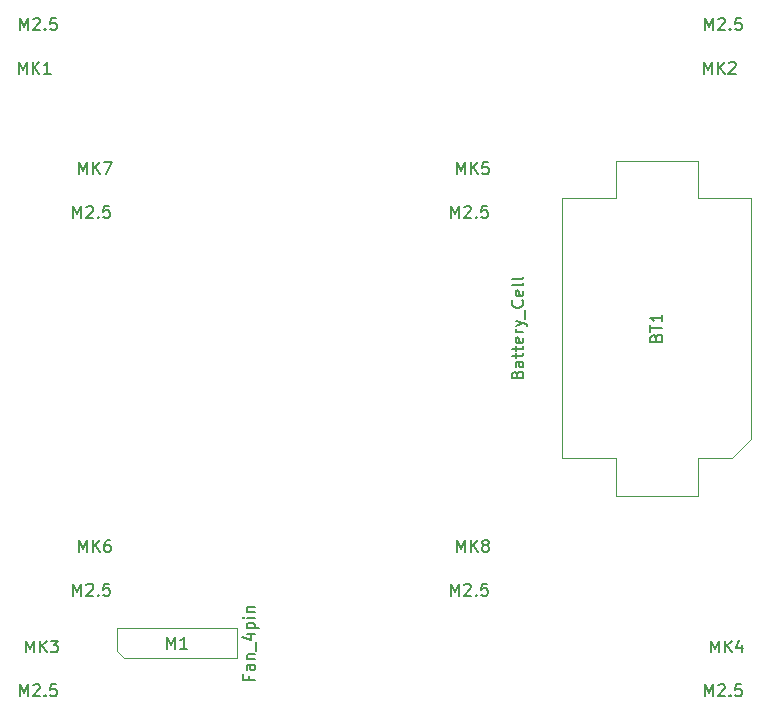
<source format=gbr>
G04 #@! TF.GenerationSoftware,KiCad,Pcbnew,5.1.6-c6e7f7d~87~ubuntu18.04.1*
G04 #@! TF.CreationDate,2020-08-28T18:16:15+02:00*
G04 #@! TF.ProjectId,base_hat,62617365-5f68-4617-942e-6b696361645f,rev?*
G04 #@! TF.SameCoordinates,Original*
G04 #@! TF.FileFunction,Other,Fab,Top*
%FSLAX46Y46*%
G04 Gerber Fmt 4.6, Leading zero omitted, Abs format (unit mm)*
G04 Created by KiCad (PCBNEW 5.1.6-c6e7f7d~87~ubuntu18.04.1) date 2020-08-28 18:16:15*
%MOMM*%
%LPD*%
G01*
G04 APERTURE LIST*
%ADD10C,0.100000*%
%ADD11C,0.150000*%
G04 APERTURE END LIST*
D10*
X210160000Y-146825000D02*
X210160000Y-144920000D01*
X210160000Y-144920000D02*
X220320000Y-144920000D01*
X220320000Y-144920000D02*
X220320000Y-147460000D01*
X220320000Y-147460000D02*
X210795000Y-147460000D01*
X210795000Y-147460000D02*
X210160000Y-146825000D01*
X263880000Y-108520000D02*
X263880000Y-128920000D01*
X247880000Y-108520000D02*
X247880000Y-130520000D01*
X263880000Y-108520000D02*
X259380000Y-108520000D01*
X247880000Y-108520000D02*
X252380000Y-108520000D01*
X247880000Y-130520000D02*
X252380000Y-130520000D01*
X262280000Y-130520000D02*
X259380000Y-130520000D01*
X259380000Y-130520000D02*
X259380000Y-133720000D01*
X259380000Y-133720000D02*
X252380000Y-133720000D01*
X252380000Y-133720000D02*
X252380000Y-130520000D01*
X259380000Y-108520000D02*
X259380000Y-105320000D01*
X259380000Y-105320000D02*
X252380000Y-105320000D01*
X252380000Y-105320000D02*
X252380000Y-108520000D01*
X263880000Y-128920000D02*
X262280000Y-130520000D01*
D11*
X238476190Y-142152380D02*
X238476190Y-141152380D01*
X238809523Y-141866666D01*
X239142857Y-141152380D01*
X239142857Y-142152380D01*
X239571428Y-141247619D02*
X239619047Y-141200000D01*
X239714285Y-141152380D01*
X239952380Y-141152380D01*
X240047619Y-141200000D01*
X240095238Y-141247619D01*
X240142857Y-141342857D01*
X240142857Y-141438095D01*
X240095238Y-141580952D01*
X239523809Y-142152380D01*
X240142857Y-142152380D01*
X240571428Y-142057142D02*
X240619047Y-142104761D01*
X240571428Y-142152380D01*
X240523809Y-142104761D01*
X240571428Y-142057142D01*
X240571428Y-142152380D01*
X241523809Y-141152380D02*
X241047619Y-141152380D01*
X241000000Y-141628571D01*
X241047619Y-141580952D01*
X241142857Y-141533333D01*
X241380952Y-141533333D01*
X241476190Y-141580952D01*
X241523809Y-141628571D01*
X241571428Y-141723809D01*
X241571428Y-141961904D01*
X241523809Y-142057142D01*
X241476190Y-142104761D01*
X241380952Y-142152380D01*
X241142857Y-142152380D01*
X241047619Y-142104761D01*
X241000000Y-142057142D01*
X238990476Y-138452380D02*
X238990476Y-137452380D01*
X239323809Y-138166666D01*
X239657142Y-137452380D01*
X239657142Y-138452380D01*
X240133333Y-138452380D02*
X240133333Y-137452380D01*
X240704761Y-138452380D02*
X240276190Y-137880952D01*
X240704761Y-137452380D02*
X240133333Y-138023809D01*
X241276190Y-137880952D02*
X241180952Y-137833333D01*
X241133333Y-137785714D01*
X241085714Y-137690476D01*
X241085714Y-137642857D01*
X241133333Y-137547619D01*
X241180952Y-137500000D01*
X241276190Y-137452380D01*
X241466666Y-137452380D01*
X241561904Y-137500000D01*
X241609523Y-137547619D01*
X241657142Y-137642857D01*
X241657142Y-137690476D01*
X241609523Y-137785714D01*
X241561904Y-137833333D01*
X241466666Y-137880952D01*
X241276190Y-137880952D01*
X241180952Y-137928571D01*
X241133333Y-137976190D01*
X241085714Y-138071428D01*
X241085714Y-138261904D01*
X241133333Y-138357142D01*
X241180952Y-138404761D01*
X241276190Y-138452380D01*
X241466666Y-138452380D01*
X241561904Y-138404761D01*
X241609523Y-138357142D01*
X241657142Y-138261904D01*
X241657142Y-138071428D01*
X241609523Y-137976190D01*
X241561904Y-137928571D01*
X241466666Y-137880952D01*
X206476190Y-110152380D02*
X206476190Y-109152380D01*
X206809523Y-109866666D01*
X207142857Y-109152380D01*
X207142857Y-110152380D01*
X207571428Y-109247619D02*
X207619047Y-109200000D01*
X207714285Y-109152380D01*
X207952380Y-109152380D01*
X208047619Y-109200000D01*
X208095238Y-109247619D01*
X208142857Y-109342857D01*
X208142857Y-109438095D01*
X208095238Y-109580952D01*
X207523809Y-110152380D01*
X208142857Y-110152380D01*
X208571428Y-110057142D02*
X208619047Y-110104761D01*
X208571428Y-110152380D01*
X208523809Y-110104761D01*
X208571428Y-110057142D01*
X208571428Y-110152380D01*
X209523809Y-109152380D02*
X209047619Y-109152380D01*
X209000000Y-109628571D01*
X209047619Y-109580952D01*
X209142857Y-109533333D01*
X209380952Y-109533333D01*
X209476190Y-109580952D01*
X209523809Y-109628571D01*
X209571428Y-109723809D01*
X209571428Y-109961904D01*
X209523809Y-110057142D01*
X209476190Y-110104761D01*
X209380952Y-110152380D01*
X209142857Y-110152380D01*
X209047619Y-110104761D01*
X209000000Y-110057142D01*
X206990476Y-106452380D02*
X206990476Y-105452380D01*
X207323809Y-106166666D01*
X207657142Y-105452380D01*
X207657142Y-106452380D01*
X208133333Y-106452380D02*
X208133333Y-105452380D01*
X208704761Y-106452380D02*
X208276190Y-105880952D01*
X208704761Y-105452380D02*
X208133333Y-106023809D01*
X209038095Y-105452380D02*
X209704761Y-105452380D01*
X209276190Y-106452380D01*
X206476190Y-142152380D02*
X206476190Y-141152380D01*
X206809523Y-141866666D01*
X207142857Y-141152380D01*
X207142857Y-142152380D01*
X207571428Y-141247619D02*
X207619047Y-141200000D01*
X207714285Y-141152380D01*
X207952380Y-141152380D01*
X208047619Y-141200000D01*
X208095238Y-141247619D01*
X208142857Y-141342857D01*
X208142857Y-141438095D01*
X208095238Y-141580952D01*
X207523809Y-142152380D01*
X208142857Y-142152380D01*
X208571428Y-142057142D02*
X208619047Y-142104761D01*
X208571428Y-142152380D01*
X208523809Y-142104761D01*
X208571428Y-142057142D01*
X208571428Y-142152380D01*
X209523809Y-141152380D02*
X209047619Y-141152380D01*
X209000000Y-141628571D01*
X209047619Y-141580952D01*
X209142857Y-141533333D01*
X209380952Y-141533333D01*
X209476190Y-141580952D01*
X209523809Y-141628571D01*
X209571428Y-141723809D01*
X209571428Y-141961904D01*
X209523809Y-142057142D01*
X209476190Y-142104761D01*
X209380952Y-142152380D01*
X209142857Y-142152380D01*
X209047619Y-142104761D01*
X209000000Y-142057142D01*
X206990476Y-138452380D02*
X206990476Y-137452380D01*
X207323809Y-138166666D01*
X207657142Y-137452380D01*
X207657142Y-138452380D01*
X208133333Y-138452380D02*
X208133333Y-137452380D01*
X208704761Y-138452380D02*
X208276190Y-137880952D01*
X208704761Y-137452380D02*
X208133333Y-138023809D01*
X209561904Y-137452380D02*
X209371428Y-137452380D01*
X209276190Y-137500000D01*
X209228571Y-137547619D01*
X209133333Y-137690476D01*
X209085714Y-137880952D01*
X209085714Y-138261904D01*
X209133333Y-138357142D01*
X209180952Y-138404761D01*
X209276190Y-138452380D01*
X209466666Y-138452380D01*
X209561904Y-138404761D01*
X209609523Y-138357142D01*
X209657142Y-138261904D01*
X209657142Y-138023809D01*
X209609523Y-137928571D01*
X209561904Y-137880952D01*
X209466666Y-137833333D01*
X209276190Y-137833333D01*
X209180952Y-137880952D01*
X209133333Y-137928571D01*
X209085714Y-138023809D01*
X238476190Y-110152380D02*
X238476190Y-109152380D01*
X238809523Y-109866666D01*
X239142857Y-109152380D01*
X239142857Y-110152380D01*
X239571428Y-109247619D02*
X239619047Y-109200000D01*
X239714285Y-109152380D01*
X239952380Y-109152380D01*
X240047619Y-109200000D01*
X240095238Y-109247619D01*
X240142857Y-109342857D01*
X240142857Y-109438095D01*
X240095238Y-109580952D01*
X239523809Y-110152380D01*
X240142857Y-110152380D01*
X240571428Y-110057142D02*
X240619047Y-110104761D01*
X240571428Y-110152380D01*
X240523809Y-110104761D01*
X240571428Y-110057142D01*
X240571428Y-110152380D01*
X241523809Y-109152380D02*
X241047619Y-109152380D01*
X241000000Y-109628571D01*
X241047619Y-109580952D01*
X241142857Y-109533333D01*
X241380952Y-109533333D01*
X241476190Y-109580952D01*
X241523809Y-109628571D01*
X241571428Y-109723809D01*
X241571428Y-109961904D01*
X241523809Y-110057142D01*
X241476190Y-110104761D01*
X241380952Y-110152380D01*
X241142857Y-110152380D01*
X241047619Y-110104761D01*
X241000000Y-110057142D01*
X238990476Y-106452380D02*
X238990476Y-105452380D01*
X239323809Y-106166666D01*
X239657142Y-105452380D01*
X239657142Y-106452380D01*
X240133333Y-106452380D02*
X240133333Y-105452380D01*
X240704761Y-106452380D02*
X240276190Y-105880952D01*
X240704761Y-105452380D02*
X240133333Y-106023809D01*
X241609523Y-105452380D02*
X241133333Y-105452380D01*
X241085714Y-105928571D01*
X241133333Y-105880952D01*
X241228571Y-105833333D01*
X241466666Y-105833333D01*
X241561904Y-105880952D01*
X241609523Y-105928571D01*
X241657142Y-106023809D01*
X241657142Y-106261904D01*
X241609523Y-106357142D01*
X241561904Y-106404761D01*
X241466666Y-106452380D01*
X241228571Y-106452380D01*
X241133333Y-106404761D01*
X241085714Y-106357142D01*
X221308571Y-148951904D02*
X221308571Y-149285238D01*
X221832380Y-149285238D02*
X220832380Y-149285238D01*
X220832380Y-148809047D01*
X221832380Y-147999523D02*
X221308571Y-147999523D01*
X221213333Y-148047142D01*
X221165714Y-148142380D01*
X221165714Y-148332857D01*
X221213333Y-148428095D01*
X221784761Y-147999523D02*
X221832380Y-148094761D01*
X221832380Y-148332857D01*
X221784761Y-148428095D01*
X221689523Y-148475714D01*
X221594285Y-148475714D01*
X221499047Y-148428095D01*
X221451428Y-148332857D01*
X221451428Y-148094761D01*
X221403809Y-147999523D01*
X221165714Y-147523333D02*
X221832380Y-147523333D01*
X221260952Y-147523333D02*
X221213333Y-147475714D01*
X221165714Y-147380476D01*
X221165714Y-147237619D01*
X221213333Y-147142380D01*
X221308571Y-147094761D01*
X221832380Y-147094761D01*
X221927619Y-146856666D02*
X221927619Y-146094761D01*
X221165714Y-145428095D02*
X221832380Y-145428095D01*
X220784761Y-145666190D02*
X221499047Y-145904285D01*
X221499047Y-145285238D01*
X221165714Y-144904285D02*
X222165714Y-144904285D01*
X221213333Y-144904285D02*
X221165714Y-144809047D01*
X221165714Y-144618571D01*
X221213333Y-144523333D01*
X221260952Y-144475714D01*
X221356190Y-144428095D01*
X221641904Y-144428095D01*
X221737142Y-144475714D01*
X221784761Y-144523333D01*
X221832380Y-144618571D01*
X221832380Y-144809047D01*
X221784761Y-144904285D01*
X221832380Y-143999523D02*
X221165714Y-143999523D01*
X220832380Y-143999523D02*
X220880000Y-144047142D01*
X220927619Y-143999523D01*
X220880000Y-143951904D01*
X220832380Y-143999523D01*
X220927619Y-143999523D01*
X221165714Y-143523333D02*
X221832380Y-143523333D01*
X221260952Y-143523333D02*
X221213333Y-143475714D01*
X221165714Y-143380476D01*
X221165714Y-143237619D01*
X221213333Y-143142380D01*
X221308571Y-143094761D01*
X221832380Y-143094761D01*
X214430476Y-146642380D02*
X214430476Y-145642380D01*
X214763809Y-146356666D01*
X215097142Y-145642380D01*
X215097142Y-146642380D01*
X216097142Y-146642380D02*
X215525714Y-146642380D01*
X215811428Y-146642380D02*
X215811428Y-145642380D01*
X215716190Y-145785238D01*
X215620952Y-145880476D01*
X215525714Y-145928095D01*
X244058571Y-123424761D02*
X244106190Y-123281904D01*
X244153809Y-123234285D01*
X244249047Y-123186666D01*
X244391904Y-123186666D01*
X244487142Y-123234285D01*
X244534761Y-123281904D01*
X244582380Y-123377142D01*
X244582380Y-123758095D01*
X243582380Y-123758095D01*
X243582380Y-123424761D01*
X243630000Y-123329523D01*
X243677619Y-123281904D01*
X243772857Y-123234285D01*
X243868095Y-123234285D01*
X243963333Y-123281904D01*
X244010952Y-123329523D01*
X244058571Y-123424761D01*
X244058571Y-123758095D01*
X244582380Y-122329523D02*
X244058571Y-122329523D01*
X243963333Y-122377142D01*
X243915714Y-122472380D01*
X243915714Y-122662857D01*
X243963333Y-122758095D01*
X244534761Y-122329523D02*
X244582380Y-122424761D01*
X244582380Y-122662857D01*
X244534761Y-122758095D01*
X244439523Y-122805714D01*
X244344285Y-122805714D01*
X244249047Y-122758095D01*
X244201428Y-122662857D01*
X244201428Y-122424761D01*
X244153809Y-122329523D01*
X243915714Y-121996190D02*
X243915714Y-121615238D01*
X243582380Y-121853333D02*
X244439523Y-121853333D01*
X244534761Y-121805714D01*
X244582380Y-121710476D01*
X244582380Y-121615238D01*
X243915714Y-121424761D02*
X243915714Y-121043809D01*
X243582380Y-121281904D02*
X244439523Y-121281904D01*
X244534761Y-121234285D01*
X244582380Y-121139047D01*
X244582380Y-121043809D01*
X244534761Y-120329523D02*
X244582380Y-120424761D01*
X244582380Y-120615238D01*
X244534761Y-120710476D01*
X244439523Y-120758095D01*
X244058571Y-120758095D01*
X243963333Y-120710476D01*
X243915714Y-120615238D01*
X243915714Y-120424761D01*
X243963333Y-120329523D01*
X244058571Y-120281904D01*
X244153809Y-120281904D01*
X244249047Y-120758095D01*
X244582380Y-119853333D02*
X243915714Y-119853333D01*
X244106190Y-119853333D02*
X244010952Y-119805714D01*
X243963333Y-119758095D01*
X243915714Y-119662857D01*
X243915714Y-119567619D01*
X243915714Y-119329523D02*
X244582380Y-119091428D01*
X243915714Y-118853333D02*
X244582380Y-119091428D01*
X244820476Y-119186666D01*
X244868095Y-119234285D01*
X244915714Y-119329523D01*
X244677619Y-118710476D02*
X244677619Y-117948571D01*
X244487142Y-117139047D02*
X244534761Y-117186666D01*
X244582380Y-117329523D01*
X244582380Y-117424761D01*
X244534761Y-117567619D01*
X244439523Y-117662857D01*
X244344285Y-117710476D01*
X244153809Y-117758095D01*
X244010952Y-117758095D01*
X243820476Y-117710476D01*
X243725238Y-117662857D01*
X243630000Y-117567619D01*
X243582380Y-117424761D01*
X243582380Y-117329523D01*
X243630000Y-117186666D01*
X243677619Y-117139047D01*
X244534761Y-116329523D02*
X244582380Y-116424761D01*
X244582380Y-116615238D01*
X244534761Y-116710476D01*
X244439523Y-116758095D01*
X244058571Y-116758095D01*
X243963333Y-116710476D01*
X243915714Y-116615238D01*
X243915714Y-116424761D01*
X243963333Y-116329523D01*
X244058571Y-116281904D01*
X244153809Y-116281904D01*
X244249047Y-116758095D01*
X244582380Y-115710476D02*
X244534761Y-115805714D01*
X244439523Y-115853333D01*
X243582380Y-115853333D01*
X244582380Y-115186666D02*
X244534761Y-115281904D01*
X244439523Y-115329523D01*
X243582380Y-115329523D01*
X255808571Y-120305714D02*
X255856190Y-120162857D01*
X255903809Y-120115238D01*
X255999047Y-120067619D01*
X256141904Y-120067619D01*
X256237142Y-120115238D01*
X256284761Y-120162857D01*
X256332380Y-120258095D01*
X256332380Y-120639047D01*
X255332380Y-120639047D01*
X255332380Y-120305714D01*
X255380000Y-120210476D01*
X255427619Y-120162857D01*
X255522857Y-120115238D01*
X255618095Y-120115238D01*
X255713333Y-120162857D01*
X255760952Y-120210476D01*
X255808571Y-120305714D01*
X255808571Y-120639047D01*
X255332380Y-119781904D02*
X255332380Y-119210476D01*
X256332380Y-119496190D02*
X255332380Y-119496190D01*
X256332380Y-118353333D02*
X256332380Y-118924761D01*
X256332380Y-118639047D02*
X255332380Y-118639047D01*
X255475238Y-118734285D01*
X255570476Y-118829523D01*
X255618095Y-118924761D01*
X259976190Y-150652380D02*
X259976190Y-149652380D01*
X260309523Y-150366666D01*
X260642857Y-149652380D01*
X260642857Y-150652380D01*
X261071428Y-149747619D02*
X261119047Y-149700000D01*
X261214285Y-149652380D01*
X261452380Y-149652380D01*
X261547619Y-149700000D01*
X261595238Y-149747619D01*
X261642857Y-149842857D01*
X261642857Y-149938095D01*
X261595238Y-150080952D01*
X261023809Y-150652380D01*
X261642857Y-150652380D01*
X262071428Y-150557142D02*
X262119047Y-150604761D01*
X262071428Y-150652380D01*
X262023809Y-150604761D01*
X262071428Y-150557142D01*
X262071428Y-150652380D01*
X263023809Y-149652380D02*
X262547619Y-149652380D01*
X262500000Y-150128571D01*
X262547619Y-150080952D01*
X262642857Y-150033333D01*
X262880952Y-150033333D01*
X262976190Y-150080952D01*
X263023809Y-150128571D01*
X263071428Y-150223809D01*
X263071428Y-150461904D01*
X263023809Y-150557142D01*
X262976190Y-150604761D01*
X262880952Y-150652380D01*
X262642857Y-150652380D01*
X262547619Y-150604761D01*
X262500000Y-150557142D01*
X260490476Y-146952380D02*
X260490476Y-145952380D01*
X260823809Y-146666666D01*
X261157142Y-145952380D01*
X261157142Y-146952380D01*
X261633333Y-146952380D02*
X261633333Y-145952380D01*
X262204761Y-146952380D02*
X261776190Y-146380952D01*
X262204761Y-145952380D02*
X261633333Y-146523809D01*
X263061904Y-146285714D02*
X263061904Y-146952380D01*
X262823809Y-145904761D02*
X262585714Y-146619047D01*
X263204761Y-146619047D01*
X201976190Y-150652380D02*
X201976190Y-149652380D01*
X202309523Y-150366666D01*
X202642857Y-149652380D01*
X202642857Y-150652380D01*
X203071428Y-149747619D02*
X203119047Y-149700000D01*
X203214285Y-149652380D01*
X203452380Y-149652380D01*
X203547619Y-149700000D01*
X203595238Y-149747619D01*
X203642857Y-149842857D01*
X203642857Y-149938095D01*
X203595238Y-150080952D01*
X203023809Y-150652380D01*
X203642857Y-150652380D01*
X204071428Y-150557142D02*
X204119047Y-150604761D01*
X204071428Y-150652380D01*
X204023809Y-150604761D01*
X204071428Y-150557142D01*
X204071428Y-150652380D01*
X205023809Y-149652380D02*
X204547619Y-149652380D01*
X204500000Y-150128571D01*
X204547619Y-150080952D01*
X204642857Y-150033333D01*
X204880952Y-150033333D01*
X204976190Y-150080952D01*
X205023809Y-150128571D01*
X205071428Y-150223809D01*
X205071428Y-150461904D01*
X205023809Y-150557142D01*
X204976190Y-150604761D01*
X204880952Y-150652380D01*
X204642857Y-150652380D01*
X204547619Y-150604761D01*
X204500000Y-150557142D01*
X202490476Y-146952380D02*
X202490476Y-145952380D01*
X202823809Y-146666666D01*
X203157142Y-145952380D01*
X203157142Y-146952380D01*
X203633333Y-146952380D02*
X203633333Y-145952380D01*
X204204761Y-146952380D02*
X203776190Y-146380952D01*
X204204761Y-145952380D02*
X203633333Y-146523809D01*
X204538095Y-145952380D02*
X205157142Y-145952380D01*
X204823809Y-146333333D01*
X204966666Y-146333333D01*
X205061904Y-146380952D01*
X205109523Y-146428571D01*
X205157142Y-146523809D01*
X205157142Y-146761904D01*
X205109523Y-146857142D01*
X205061904Y-146904761D01*
X204966666Y-146952380D01*
X204680952Y-146952380D01*
X204585714Y-146904761D01*
X204538095Y-146857142D01*
X259976190Y-94252380D02*
X259976190Y-93252380D01*
X260309523Y-93966666D01*
X260642857Y-93252380D01*
X260642857Y-94252380D01*
X261071428Y-93347619D02*
X261119047Y-93300000D01*
X261214285Y-93252380D01*
X261452380Y-93252380D01*
X261547619Y-93300000D01*
X261595238Y-93347619D01*
X261642857Y-93442857D01*
X261642857Y-93538095D01*
X261595238Y-93680952D01*
X261023809Y-94252380D01*
X261642857Y-94252380D01*
X262071428Y-94157142D02*
X262119047Y-94204761D01*
X262071428Y-94252380D01*
X262023809Y-94204761D01*
X262071428Y-94157142D01*
X262071428Y-94252380D01*
X263023809Y-93252380D02*
X262547619Y-93252380D01*
X262500000Y-93728571D01*
X262547619Y-93680952D01*
X262642857Y-93633333D01*
X262880952Y-93633333D01*
X262976190Y-93680952D01*
X263023809Y-93728571D01*
X263071428Y-93823809D01*
X263071428Y-94061904D01*
X263023809Y-94157142D01*
X262976190Y-94204761D01*
X262880952Y-94252380D01*
X262642857Y-94252380D01*
X262547619Y-94204761D01*
X262500000Y-94157142D01*
X259890476Y-97952380D02*
X259890476Y-96952380D01*
X260223809Y-97666666D01*
X260557142Y-96952380D01*
X260557142Y-97952380D01*
X261033333Y-97952380D02*
X261033333Y-96952380D01*
X261604761Y-97952380D02*
X261176190Y-97380952D01*
X261604761Y-96952380D02*
X261033333Y-97523809D01*
X261985714Y-97047619D02*
X262033333Y-97000000D01*
X262128571Y-96952380D01*
X262366666Y-96952380D01*
X262461904Y-97000000D01*
X262509523Y-97047619D01*
X262557142Y-97142857D01*
X262557142Y-97238095D01*
X262509523Y-97380952D01*
X261938095Y-97952380D01*
X262557142Y-97952380D01*
X201976190Y-94252380D02*
X201976190Y-93252380D01*
X202309523Y-93966666D01*
X202642857Y-93252380D01*
X202642857Y-94252380D01*
X203071428Y-93347619D02*
X203119047Y-93300000D01*
X203214285Y-93252380D01*
X203452380Y-93252380D01*
X203547619Y-93300000D01*
X203595238Y-93347619D01*
X203642857Y-93442857D01*
X203642857Y-93538095D01*
X203595238Y-93680952D01*
X203023809Y-94252380D01*
X203642857Y-94252380D01*
X204071428Y-94157142D02*
X204119047Y-94204761D01*
X204071428Y-94252380D01*
X204023809Y-94204761D01*
X204071428Y-94157142D01*
X204071428Y-94252380D01*
X205023809Y-93252380D02*
X204547619Y-93252380D01*
X204500000Y-93728571D01*
X204547619Y-93680952D01*
X204642857Y-93633333D01*
X204880952Y-93633333D01*
X204976190Y-93680952D01*
X205023809Y-93728571D01*
X205071428Y-93823809D01*
X205071428Y-94061904D01*
X205023809Y-94157142D01*
X204976190Y-94204761D01*
X204880952Y-94252380D01*
X204642857Y-94252380D01*
X204547619Y-94204761D01*
X204500000Y-94157142D01*
X201890476Y-97952380D02*
X201890476Y-96952380D01*
X202223809Y-97666666D01*
X202557142Y-96952380D01*
X202557142Y-97952380D01*
X203033333Y-97952380D02*
X203033333Y-96952380D01*
X203604761Y-97952380D02*
X203176190Y-97380952D01*
X203604761Y-96952380D02*
X203033333Y-97523809D01*
X204557142Y-97952380D02*
X203985714Y-97952380D01*
X204271428Y-97952380D02*
X204271428Y-96952380D01*
X204176190Y-97095238D01*
X204080952Y-97190476D01*
X203985714Y-97238095D01*
M02*

</source>
